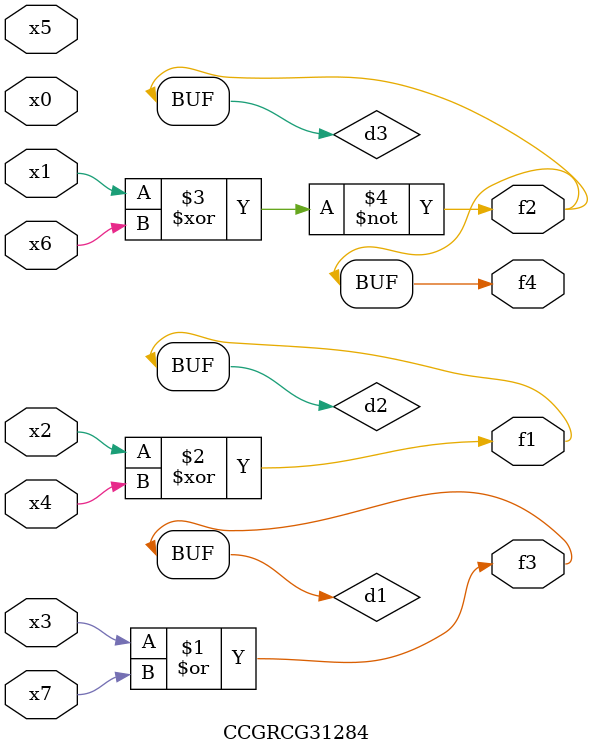
<source format=v>
module CCGRCG31284(
	input x0, x1, x2, x3, x4, x5, x6, x7,
	output f1, f2, f3, f4
);

	wire d1, d2, d3;

	or (d1, x3, x7);
	xor (d2, x2, x4);
	xnor (d3, x1, x6);
	assign f1 = d2;
	assign f2 = d3;
	assign f3 = d1;
	assign f4 = d3;
endmodule

</source>
